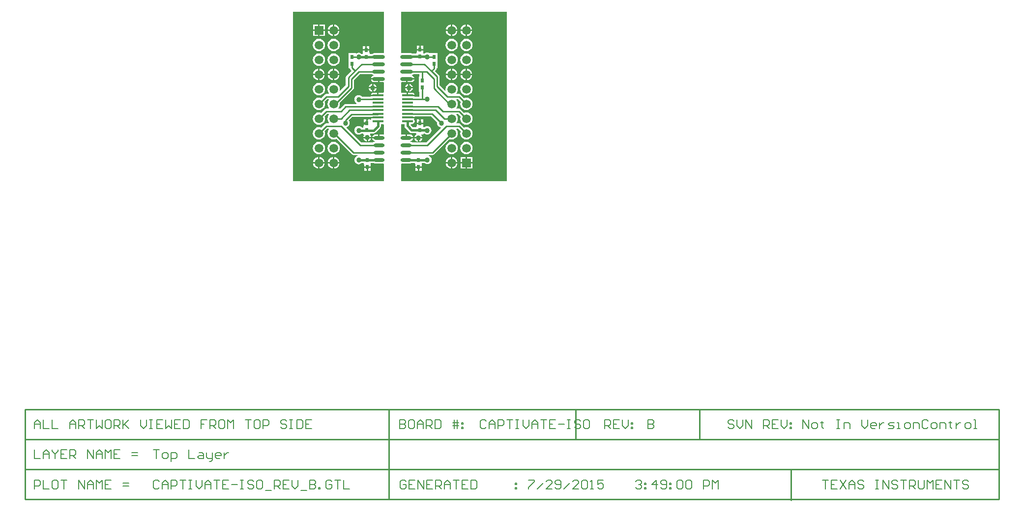
<source format=gtl>
%FSAX25Y25*%
%MOIN*%
G70*
G01*
G75*
G04 Layer_Physical_Order=1*
G04 Layer_Color=255*
%ADD10R,0.02362X0.03150*%
%ADD11O,0.08661X0.02362*%
%ADD12O,0.07480X0.02362*%
%ADD13O,0.07677X0.01575*%
%ADD14C,0.01000*%
%ADD15C,0.02000*%
%ADD16C,0.01500*%
%ADD17C,0.00800*%
%ADD18C,0.05906*%
%ADD19R,0.05906X0.05906*%
%ADD20C,0.03400*%
G36*
X0274108Y0299650D02*
X0276074D01*
X0276208Y0299623D01*
X0279259D01*
Y0298676D01*
X0276208D01*
X0276074Y0298650D01*
X0274485D01*
X0274524Y0298453D01*
X0274773Y0298080D01*
X0274381Y0297493D01*
X0274108Y0297501D01*
X0273881Y0297576D01*
Y0297837D01*
X0272200D01*
Y0295262D01*
X0271700D01*
Y0294762D01*
X0269519D01*
Y0293313D01*
X0269319D01*
Y0292388D01*
X0268330D01*
X0268268Y0292468D01*
X0267663Y0292933D01*
X0266957Y0293225D01*
X0266200Y0293325D01*
X0265443Y0293225D01*
X0264738Y0292933D01*
X0264132Y0292468D01*
X0263667Y0291863D01*
X0263375Y0291157D01*
X0263275Y0290400D01*
X0263375Y0289643D01*
X0263667Y0288937D01*
X0264132Y0288332D01*
X0264738Y0287867D01*
X0265443Y0287575D01*
X0266200Y0287475D01*
X0266957Y0287575D01*
X0267663Y0287867D01*
X0268268Y0288332D01*
X0268330Y0288412D01*
X0269319D01*
Y0287763D01*
X0269736D01*
X0269983Y0287263D01*
X0269704Y0286899D01*
X0269432Y0286243D01*
X0269405Y0286038D01*
X0274720D01*
X0274693Y0286243D01*
X0274421Y0286899D01*
X0274127Y0287282D01*
X0274081Y0287763D01*
X0274081Y0287763D01*
X0274081Y0287763D01*
Y0288412D01*
X0276200D01*
X0276961Y0288563D01*
X0277606Y0288994D01*
X0280606Y0291994D01*
X0281037Y0292639D01*
X0281188Y0293400D01*
Y0294624D01*
X0282310D01*
X0282700Y0294701D01*
X0283200Y0294299D01*
Y0287880D01*
X0282814Y0287563D01*
X0282507Y0287624D01*
X0280448D01*
Y0285400D01*
X0279948D01*
Y0284900D01*
X0275265D01*
X0275334Y0284549D01*
X0275816Y0283827D01*
X0276538Y0283345D01*
X0276983Y0283257D01*
Y0282747D01*
X0276460Y0282643D01*
X0275697Y0282133D01*
X0267918D01*
X0257939Y0292113D01*
X0258117Y0292641D01*
X0258663Y0292867D01*
X0259268Y0293332D01*
X0259733Y0293937D01*
X0260025Y0294643D01*
X0260125Y0295400D01*
X0260025Y0296157D01*
X0259733Y0296863D01*
X0259464Y0297213D01*
X0261918Y0299667D01*
X0274094D01*
X0274108Y0299650D01*
D02*
G37*
G36*
X0319330Y0295819D02*
X0319275Y0295400D01*
X0319375Y0294643D01*
X0319667Y0293937D01*
X0320132Y0293332D01*
X0320738Y0292867D01*
X0321443Y0292575D01*
X0321685Y0292543D01*
X0321864Y0292015D01*
X0311982Y0282133D01*
X0302703D01*
X0301940Y0282643D01*
X0301417Y0282747D01*
Y0283257D01*
X0301862Y0283345D01*
X0302584Y0283827D01*
X0303066Y0284549D01*
X0303135Y0284900D01*
X0298452D01*
Y0285400D01*
X0297952D01*
Y0287624D01*
X0295893D01*
X0295430Y0287532D01*
X0294931Y0287936D01*
Y0294479D01*
X0295430Y0294755D01*
X0296090Y0294624D01*
X0297153D01*
Y0293459D01*
X0297304Y0292698D01*
X0297735Y0292053D01*
X0300656Y0289132D01*
X0301301Y0288701D01*
X0302062Y0288550D01*
X0304965D01*
X0305281Y0288234D01*
X0305265Y0287719D01*
X0304946Y0287457D01*
X0304774Y0287326D01*
X0304342Y0286762D01*
X0304069Y0286105D01*
X0304043Y0285900D01*
X0309358D01*
X0309331Y0286105D01*
X0309058Y0286762D01*
X0308674Y0287263D01*
X0308733Y0287512D01*
X0308877Y0287763D01*
X0310081D01*
Y0288098D01*
X0310375Y0288250D01*
X0310581Y0288294D01*
X0311138Y0287867D01*
X0311843Y0287575D01*
X0312600Y0287475D01*
X0313357Y0287575D01*
X0314062Y0287867D01*
X0314668Y0288332D01*
X0315133Y0288937D01*
X0315425Y0289643D01*
X0315525Y0290400D01*
X0315425Y0291157D01*
X0315133Y0291863D01*
X0314668Y0292468D01*
X0314062Y0292933D01*
X0313357Y0293225D01*
X0312600Y0293325D01*
X0311843Y0293225D01*
X0311138Y0292933D01*
X0310607Y0292526D01*
X0310081D01*
Y0293313D01*
X0309881D01*
Y0294762D01*
X0305519D01*
Y0293313D01*
X0305319D01*
Y0292526D01*
X0302886D01*
X0301288Y0294124D01*
X0301495Y0294624D01*
X0302192D01*
X0302968Y0294778D01*
X0303625Y0295217D01*
X0304064Y0295875D01*
X0304219Y0296650D01*
X0304064Y0297426D01*
X0303627Y0298080D01*
X0303876Y0298453D01*
X0303915Y0298650D01*
X0302326D01*
X0302192Y0298676D01*
X0299141D01*
Y0299623D01*
X0302192D01*
X0302326Y0299650D01*
X0304153D01*
X0304372Y0299917D01*
X0315232D01*
X0319330Y0295819D01*
D02*
G37*
G36*
X0283200Y0343073D02*
X0282901Y0342828D01*
X0276602D01*
X0275673Y0342643D01*
X0275291Y0342388D01*
X0273581D01*
Y0343113D01*
X0273381D01*
Y0344562D01*
X0269019D01*
Y0343113D01*
X0268819D01*
Y0342388D01*
X0268112D01*
X0267663Y0342733D01*
X0266957Y0343025D01*
X0266200Y0343125D01*
X0265443Y0343025D01*
X0264738Y0342733D01*
X0264630Y0342650D01*
X0264181Y0342871D01*
Y0343037D01*
X0259419D01*
Y0337487D01*
Y0332763D01*
X0260074D01*
X0260199Y0332137D01*
X0260574Y0331574D01*
X0261249Y0330900D01*
X0257974Y0327626D01*
X0257599Y0327063D01*
X0257467Y0326400D01*
Y0321118D01*
X0253763Y0317414D01*
X0253290Y0317648D01*
X0253389Y0318400D01*
X0253246Y0319484D01*
X0252827Y0320494D01*
X0252162Y0321362D01*
X0251294Y0322027D01*
X0250284Y0322446D01*
X0249200Y0322589D01*
X0248116Y0322446D01*
X0247106Y0322027D01*
X0246238Y0321362D01*
X0245573Y0320494D01*
X0245154Y0319484D01*
X0245011Y0318400D01*
X0245154Y0317316D01*
X0245573Y0316306D01*
X0246089Y0315633D01*
X0245843Y0315133D01*
X0244200D01*
X0243537Y0315001D01*
X0242974Y0314626D01*
X0240645Y0312296D01*
X0240284Y0312446D01*
X0239200Y0312589D01*
X0238116Y0312446D01*
X0237106Y0312027D01*
X0236238Y0311362D01*
X0235573Y0310494D01*
X0235154Y0309484D01*
X0235011Y0308400D01*
X0235154Y0307316D01*
X0235573Y0306306D01*
X0236238Y0305438D01*
X0237106Y0304773D01*
X0238116Y0304354D01*
X0239200Y0304211D01*
X0240284Y0304354D01*
X0241294Y0304773D01*
X0242162Y0305438D01*
X0242827Y0306306D01*
X0243246Y0307316D01*
X0243389Y0308400D01*
X0243246Y0309484D01*
X0243096Y0309845D01*
X0244918Y0311667D01*
X0245843D01*
X0246089Y0311167D01*
X0245573Y0310494D01*
X0245154Y0309484D01*
X0245011Y0308400D01*
X0245154Y0307316D01*
X0245573Y0306306D01*
X0246089Y0305633D01*
X0245843Y0305133D01*
X0244200D01*
X0243537Y0305001D01*
X0242974Y0304626D01*
X0240645Y0302296D01*
X0240284Y0302446D01*
X0239200Y0302589D01*
X0238116Y0302446D01*
X0237106Y0302027D01*
X0236238Y0301362D01*
X0235573Y0300494D01*
X0235154Y0299484D01*
X0235011Y0298400D01*
X0235154Y0297316D01*
X0235573Y0296306D01*
X0236238Y0295438D01*
X0237106Y0294773D01*
X0238116Y0294354D01*
X0239200Y0294211D01*
X0240284Y0294354D01*
X0241294Y0294773D01*
X0242162Y0295438D01*
X0242827Y0296306D01*
X0243246Y0297316D01*
X0243389Y0298400D01*
X0243246Y0299484D01*
X0243096Y0299845D01*
X0244918Y0301667D01*
X0245843D01*
X0246089Y0301167D01*
X0245573Y0300494D01*
X0245154Y0299484D01*
X0245011Y0298400D01*
X0245154Y0297316D01*
X0245573Y0296306D01*
X0246089Y0295633D01*
X0245843Y0295133D01*
X0244200D01*
X0243537Y0295001D01*
X0242974Y0294626D01*
X0240645Y0292296D01*
X0240284Y0292446D01*
X0239200Y0292589D01*
X0238116Y0292446D01*
X0237106Y0292027D01*
X0236238Y0291362D01*
X0235573Y0290494D01*
X0235154Y0289484D01*
X0235011Y0288400D01*
X0235154Y0287316D01*
X0235573Y0286306D01*
X0236238Y0285438D01*
X0237106Y0284773D01*
X0238116Y0284354D01*
X0239200Y0284211D01*
X0240284Y0284354D01*
X0241294Y0284773D01*
X0242162Y0285438D01*
X0242827Y0286306D01*
X0243246Y0287316D01*
X0243389Y0288400D01*
X0243246Y0289484D01*
X0243096Y0289845D01*
X0244918Y0291667D01*
X0245843D01*
X0246089Y0291167D01*
X0245573Y0290494D01*
X0245154Y0289484D01*
X0245011Y0288400D01*
X0245154Y0287316D01*
X0245573Y0286306D01*
X0246238Y0285438D01*
X0247106Y0284773D01*
X0248116Y0284354D01*
X0249200Y0284211D01*
X0250284Y0284354D01*
X0250999Y0284650D01*
X0261474Y0274174D01*
X0262037Y0273799D01*
X0262700Y0273667D01*
X0262700Y0273667D01*
X0265724D01*
X0265757Y0273167D01*
X0265443Y0273125D01*
X0264738Y0272833D01*
X0264132Y0272368D01*
X0263667Y0271762D01*
X0263375Y0271057D01*
X0263275Y0270300D01*
X0263375Y0269543D01*
X0263667Y0268837D01*
X0264132Y0268232D01*
X0264738Y0267767D01*
X0265443Y0267475D01*
X0266200Y0267375D01*
X0266957Y0267475D01*
X0267663Y0267767D01*
X0268268Y0268232D01*
X0268330Y0268312D01*
X0269619D01*
Y0267387D01*
X0269819D01*
Y0265938D01*
X0274181D01*
Y0267387D01*
X0274381D01*
Y0268312D01*
X0276228D01*
X0276460Y0268157D01*
X0277389Y0267972D01*
X0282507D01*
X0282814Y0268033D01*
X0283200Y0267716D01*
Y0256302D01*
X0282846Y0255949D01*
X0221749Y0255949D01*
Y0370851D01*
X0283200D01*
Y0343073D01*
D02*
G37*
G36*
X0307467Y0327037D02*
X0306819D01*
Y0321487D01*
Y0316763D01*
X0307467D01*
Y0313233D01*
X0304285D01*
X0303991Y0313650D01*
X0302326D01*
X0302192Y0313677D01*
X0299141D01*
Y0314150D01*
X0298641D01*
Y0315972D01*
X0296090D01*
X0295430Y0315841D01*
X0295315Y0315850D01*
X0294931Y0316055D01*
Y0322895D01*
X0295317Y0323212D01*
X0295499Y0323176D01*
X0298149D01*
Y0325400D01*
X0298649D01*
Y0325900D01*
X0303923D01*
X0303853Y0326251D01*
X0303371Y0326973D01*
X0302649Y0327455D01*
X0302204Y0327543D01*
Y0328053D01*
X0302728Y0328157D01*
X0303490Y0328667D01*
X0307467D01*
Y0327037D01*
D02*
G37*
G36*
X0275673Y0328157D02*
X0276196Y0328053D01*
Y0327543D01*
X0275751Y0327455D01*
X0275029Y0326973D01*
X0274547Y0326251D01*
X0274477Y0325900D01*
X0279751D01*
Y0325400D01*
X0280251D01*
Y0323176D01*
X0282901D01*
X0283200Y0322931D01*
Y0316261D01*
X0282700Y0315895D01*
X0282310Y0315972D01*
X0279759D01*
Y0314150D01*
X0279259D01*
Y0313677D01*
X0276208D01*
X0276074Y0313650D01*
X0274247D01*
X0274028Y0313383D01*
X0268334D01*
X0268268Y0313468D01*
X0267663Y0313933D01*
X0266957Y0314225D01*
X0266200Y0314325D01*
X0265443Y0314225D01*
X0264738Y0313933D01*
X0264132Y0313468D01*
X0263667Y0312862D01*
X0263375Y0312157D01*
X0263275Y0311400D01*
X0263375Y0310643D01*
X0263667Y0309938D01*
X0264132Y0309332D01*
X0264716Y0308883D01*
X0264720Y0308833D01*
X0264548Y0308383D01*
X0257450D01*
X0256787Y0308251D01*
X0256224Y0307876D01*
X0253482Y0305133D01*
X0252557D01*
X0252311Y0305633D01*
X0252827Y0306306D01*
X0253246Y0307316D01*
X0253389Y0308400D01*
X0253303Y0309051D01*
X0262426Y0318174D01*
X0262801Y0318737D01*
X0262933Y0319400D01*
Y0324682D01*
X0266918Y0328667D01*
X0274910D01*
X0275673Y0328157D01*
D02*
G37*
G36*
X0366651Y0256302D02*
X0366298Y0255949D01*
X0294931Y0255949D01*
Y0267654D01*
X0295430Y0268064D01*
X0295893Y0267972D01*
X0301011D01*
X0301940Y0268157D01*
X0302321Y0268412D01*
X0304319D01*
Y0267487D01*
X0304519D01*
Y0266038D01*
X0308881D01*
Y0267487D01*
X0309081D01*
Y0268412D01*
X0310570D01*
X0310632Y0268332D01*
X0311238Y0267867D01*
X0311943Y0267575D01*
X0312700Y0267475D01*
X0313457Y0267575D01*
X0314162Y0267867D01*
X0314768Y0268332D01*
X0315233Y0268937D01*
X0315525Y0269643D01*
X0315625Y0270400D01*
X0315525Y0271157D01*
X0315233Y0271863D01*
X0314768Y0272468D01*
X0314162Y0272933D01*
X0313599Y0273167D01*
X0313698Y0273667D01*
X0316200D01*
X0316863Y0273799D01*
X0317426Y0274174D01*
X0327755Y0284504D01*
X0328116Y0284354D01*
X0329200Y0284211D01*
X0330284Y0284354D01*
X0331294Y0284773D01*
X0332162Y0285438D01*
X0332827Y0286306D01*
X0333246Y0287316D01*
X0333389Y0288400D01*
X0333246Y0289484D01*
X0332827Y0290494D01*
X0332312Y0291167D01*
X0332558Y0291667D01*
X0333482D01*
X0335304Y0289845D01*
X0335154Y0289484D01*
X0335011Y0288400D01*
X0335154Y0287316D01*
X0335573Y0286306D01*
X0336238Y0285438D01*
X0337106Y0284773D01*
X0338116Y0284354D01*
X0339200Y0284211D01*
X0340284Y0284354D01*
X0341294Y0284773D01*
X0342162Y0285438D01*
X0342827Y0286306D01*
X0343246Y0287316D01*
X0343389Y0288400D01*
X0343246Y0289484D01*
X0342827Y0290494D01*
X0342162Y0291362D01*
X0341294Y0292027D01*
X0340284Y0292446D01*
X0339200Y0292589D01*
X0338116Y0292446D01*
X0337755Y0292296D01*
X0335426Y0294626D01*
X0334863Y0295001D01*
X0334200Y0295133D01*
X0332558D01*
X0332312Y0295633D01*
X0332827Y0296306D01*
X0333246Y0297316D01*
X0333389Y0298400D01*
X0333246Y0299484D01*
X0332827Y0300494D01*
X0332312Y0301167D01*
X0332558Y0301667D01*
X0333482D01*
X0335304Y0299845D01*
X0335154Y0299484D01*
X0335011Y0298400D01*
X0335154Y0297316D01*
X0335573Y0296306D01*
X0336238Y0295438D01*
X0337106Y0294773D01*
X0338116Y0294354D01*
X0339200Y0294211D01*
X0340284Y0294354D01*
X0341294Y0294773D01*
X0342162Y0295438D01*
X0342827Y0296306D01*
X0343246Y0297316D01*
X0343389Y0298400D01*
X0343246Y0299484D01*
X0342827Y0300494D01*
X0342162Y0301362D01*
X0341294Y0302027D01*
X0340284Y0302446D01*
X0339200Y0302589D01*
X0338116Y0302446D01*
X0337755Y0302296D01*
X0335426Y0304626D01*
X0334863Y0305001D01*
X0334200Y0305133D01*
X0332558D01*
X0332312Y0305633D01*
X0332827Y0306306D01*
X0333246Y0307316D01*
X0333389Y0308400D01*
X0333246Y0309484D01*
X0332827Y0310494D01*
X0332312Y0311167D01*
X0332558Y0311667D01*
X0333482D01*
X0335304Y0309845D01*
X0335154Y0309484D01*
X0335011Y0308400D01*
X0335154Y0307316D01*
X0335573Y0306306D01*
X0336238Y0305438D01*
X0337106Y0304773D01*
X0338116Y0304354D01*
X0339200Y0304211D01*
X0340284Y0304354D01*
X0341294Y0304773D01*
X0342162Y0305438D01*
X0342827Y0306306D01*
X0343246Y0307316D01*
X0343389Y0308400D01*
X0343246Y0309484D01*
X0342827Y0310494D01*
X0342162Y0311362D01*
X0341294Y0312027D01*
X0340284Y0312446D01*
X0339200Y0312589D01*
X0338116Y0312446D01*
X0337755Y0312296D01*
X0335426Y0314626D01*
X0334863Y0315001D01*
X0334200Y0315133D01*
X0332558D01*
X0332312Y0315633D01*
X0332827Y0316306D01*
X0333246Y0317316D01*
X0333389Y0318400D01*
X0333246Y0319484D01*
X0332827Y0320494D01*
X0332162Y0321362D01*
X0331294Y0322027D01*
X0330284Y0322446D01*
X0329200Y0322589D01*
X0328116Y0322446D01*
X0327106Y0322027D01*
X0326238Y0321362D01*
X0325573Y0320494D01*
X0325154Y0319484D01*
X0325011Y0318400D01*
X0325110Y0317648D01*
X0324637Y0317414D01*
X0320933Y0321118D01*
Y0326900D01*
X0320801Y0327563D01*
X0320426Y0328126D01*
X0317901Y0330650D01*
X0318426Y0331174D01*
X0318801Y0331737D01*
X0318933Y0332400D01*
Y0332763D01*
X0319581D01*
Y0337487D01*
Y0343037D01*
X0314819D01*
X0314819Y0343037D01*
Y0343037D01*
X0314319Y0342813D01*
X0314162Y0342933D01*
X0313457Y0343225D01*
X0312700Y0343325D01*
X0311943Y0343225D01*
X0311238Y0342933D01*
X0310707Y0342526D01*
X0310081D01*
Y0343313D01*
X0309881D01*
Y0344762D01*
X0305519D01*
Y0343313D01*
X0305319D01*
Y0342526D01*
X0302903D01*
X0302728Y0342643D01*
X0301798Y0342828D01*
X0295499D01*
X0295317Y0342792D01*
X0294931Y0343109D01*
Y0370851D01*
X0366651D01*
X0366651Y0256302D01*
D02*
G37*
%LPC*%
G36*
X0309881Y0297837D02*
X0308200D01*
Y0295762D01*
X0309881D01*
Y0297837D01*
D02*
G37*
G36*
X0307200D02*
X0305519D01*
Y0295762D01*
X0307200D01*
Y0297837D01*
D02*
G37*
G36*
X0308881Y0265038D02*
X0307200D01*
Y0262963D01*
X0308881D01*
Y0265038D01*
D02*
G37*
G36*
X0239200Y0322589D02*
X0238116Y0322446D01*
X0237106Y0322027D01*
X0236238Y0321362D01*
X0235573Y0320494D01*
X0235154Y0319484D01*
X0235011Y0318400D01*
X0235154Y0317316D01*
X0235573Y0316306D01*
X0236238Y0315438D01*
X0237106Y0314773D01*
X0238116Y0314354D01*
X0239200Y0314211D01*
X0240284Y0314354D01*
X0241294Y0314773D01*
X0242162Y0315438D01*
X0242827Y0316306D01*
X0243246Y0317316D01*
X0243389Y0318400D01*
X0243246Y0319484D01*
X0242827Y0320494D01*
X0242162Y0321362D01*
X0241294Y0322027D01*
X0240284Y0322446D01*
X0239200Y0322589D01*
D02*
G37*
G36*
X0306200Y0265038D02*
X0304519D01*
Y0262963D01*
X0306200D01*
Y0265038D01*
D02*
G37*
G36*
X0279448Y0287624D02*
X0277389D01*
X0276538Y0287455D01*
X0275816Y0286972D01*
X0275334Y0286251D01*
X0275265Y0285900D01*
X0279448D01*
Y0287624D01*
D02*
G37*
G36*
X0274720Y0285038D02*
X0272562D01*
Y0282880D01*
X0272767Y0282907D01*
X0273424Y0283179D01*
X0273988Y0283612D01*
X0274421Y0284176D01*
X0274693Y0284833D01*
X0274720Y0285038D01*
D02*
G37*
G36*
X0301011Y0287624D02*
X0298952D01*
Y0285900D01*
X0303135D01*
X0303066Y0286251D01*
X0302584Y0286972D01*
X0301862Y0287455D01*
X0301011Y0287624D01*
D02*
G37*
G36*
X0271200Y0297837D02*
X0269519D01*
Y0295762D01*
X0271200D01*
Y0297837D01*
D02*
G37*
G36*
X0338700Y0267900D02*
X0335247D01*
Y0264447D01*
X0338700D01*
Y0267900D01*
D02*
G37*
G36*
X0339200Y0322589D02*
X0338116Y0322446D01*
X0337106Y0322027D01*
X0336238Y0321362D01*
X0335573Y0320494D01*
X0335154Y0319484D01*
X0335011Y0318400D01*
X0335154Y0317316D01*
X0335573Y0316306D01*
X0336238Y0315438D01*
X0337106Y0314773D01*
X0338116Y0314354D01*
X0339200Y0314211D01*
X0340284Y0314354D01*
X0341294Y0314773D01*
X0342162Y0315438D01*
X0342827Y0316306D01*
X0343246Y0317316D01*
X0343389Y0318400D01*
X0343246Y0319484D01*
X0342827Y0320494D01*
X0342162Y0321362D01*
X0341294Y0322027D01*
X0340284Y0322446D01*
X0339200Y0322589D01*
D02*
G37*
G36*
X0302857Y0318900D02*
X0300700D01*
Y0316742D01*
X0300905Y0316770D01*
X0301562Y0317042D01*
X0302126Y0317474D01*
X0302558Y0318038D01*
X0302831Y0318695D01*
X0302857Y0318900D01*
D02*
G37*
G36*
X0299700D02*
X0297543D01*
X0297569Y0318695D01*
X0297842Y0318038D01*
X0298274Y0317474D01*
X0298838Y0317042D01*
X0299495Y0316770D01*
X0299700Y0316742D01*
Y0318900D01*
D02*
G37*
G36*
X0271500Y0264938D02*
X0269819D01*
Y0262863D01*
X0271500D01*
Y0264938D01*
D02*
G37*
G36*
X0276200Y0322058D02*
Y0319900D01*
X0278358D01*
X0278330Y0320105D01*
X0278058Y0320762D01*
X0277626Y0321326D01*
X0277062Y0321758D01*
X0276405Y0322030D01*
X0276200Y0322058D01*
D02*
G37*
G36*
X0275200D02*
X0274995Y0322030D01*
X0274338Y0321758D01*
X0273774Y0321326D01*
X0273342Y0320762D01*
X0273070Y0320105D01*
X0273042Y0319900D01*
X0275200D01*
Y0322058D01*
D02*
G37*
G36*
X0302192Y0315972D02*
X0299641D01*
Y0314650D01*
X0303915D01*
X0303876Y0314847D01*
X0303481Y0315439D01*
X0302889Y0315834D01*
X0302192Y0315972D01*
D02*
G37*
G36*
X0278759D02*
X0276208D01*
X0275511Y0315834D01*
X0274919Y0315439D01*
X0274524Y0314847D01*
X0274485Y0314650D01*
X0278759D01*
Y0315972D01*
D02*
G37*
G36*
X0274181Y0264938D02*
X0272500D01*
Y0262863D01*
X0274181D01*
Y0264938D01*
D02*
G37*
G36*
X0278358Y0318900D02*
X0276200D01*
Y0316742D01*
X0276405Y0316770D01*
X0277062Y0317042D01*
X0277626Y0317474D01*
X0278058Y0318038D01*
X0278330Y0318695D01*
X0278358Y0318900D01*
D02*
G37*
G36*
X0275200D02*
X0273042D01*
X0273070Y0318695D01*
X0273342Y0318038D01*
X0273774Y0317474D01*
X0274338Y0317042D01*
X0274995Y0316770D01*
X0275200Y0316742D01*
Y0318900D01*
D02*
G37*
G36*
X0271562Y0285038D02*
X0269405D01*
X0269432Y0284833D01*
X0269704Y0284176D01*
X0270136Y0283612D01*
X0270701Y0283179D01*
X0271357Y0282907D01*
X0271562Y0282880D01*
Y0285038D01*
D02*
G37*
G36*
X0238700Y0272321D02*
X0238168Y0272251D01*
X0237207Y0271853D01*
X0236381Y0271219D01*
X0235747Y0270393D01*
X0235349Y0269432D01*
X0235279Y0268900D01*
X0238700D01*
Y0272321D01*
D02*
G37*
G36*
X0333121Y0267900D02*
X0329700D01*
Y0264479D01*
X0330232Y0264549D01*
X0331193Y0264947D01*
X0332019Y0265581D01*
X0332653Y0266407D01*
X0333051Y0267368D01*
X0333121Y0267900D01*
D02*
G37*
G36*
X0239700Y0272321D02*
Y0268900D01*
X0243121D01*
X0243051Y0269432D01*
X0242653Y0270393D01*
X0242019Y0271219D01*
X0241193Y0271853D01*
X0240232Y0272251D01*
X0239700Y0272321D01*
D02*
G37*
G36*
X0249700D02*
Y0268900D01*
X0253121D01*
X0253051Y0269432D01*
X0252653Y0270393D01*
X0252019Y0271219D01*
X0251193Y0271853D01*
X0250232Y0272251D01*
X0249700Y0272321D01*
D02*
G37*
G36*
X0248700D02*
X0248168Y0272251D01*
X0247207Y0271853D01*
X0246381Y0271219D01*
X0245747Y0270393D01*
X0245349Y0269432D01*
X0245279Y0268900D01*
X0248700D01*
Y0272321D01*
D02*
G37*
G36*
X0243121Y0267900D02*
X0239700D01*
Y0264479D01*
X0240232Y0264549D01*
X0241193Y0264947D01*
X0242019Y0265581D01*
X0242653Y0266407D01*
X0243051Y0267368D01*
X0243121Y0267900D01*
D02*
G37*
G36*
X0238700D02*
X0235279D01*
X0235349Y0267368D01*
X0235747Y0266407D01*
X0236381Y0265581D01*
X0237207Y0264947D01*
X0238168Y0264549D01*
X0238700Y0264479D01*
Y0267900D01*
D02*
G37*
G36*
X0248700D02*
X0245279D01*
X0245349Y0267368D01*
X0245747Y0266407D01*
X0246381Y0265581D01*
X0247207Y0264947D01*
X0248168Y0264549D01*
X0248700Y0264479D01*
Y0267900D01*
D02*
G37*
G36*
X0328700D02*
X0325279D01*
X0325349Y0267368D01*
X0325747Y0266407D01*
X0326381Y0265581D01*
X0327207Y0264947D01*
X0328168Y0264549D01*
X0328700Y0264479D01*
Y0267900D01*
D02*
G37*
G36*
X0253121D02*
X0249700D01*
Y0264479D01*
X0250232Y0264549D01*
X0251193Y0264947D01*
X0252019Y0265581D01*
X0252653Y0266407D01*
X0253051Y0267368D01*
X0253121Y0267900D01*
D02*
G37*
G36*
X0328700Y0272321D02*
X0328168Y0272251D01*
X0327207Y0271853D01*
X0326381Y0271219D01*
X0325747Y0270393D01*
X0325349Y0269432D01*
X0325279Y0268900D01*
X0328700D01*
Y0272321D01*
D02*
G37*
G36*
X0339200Y0282589D02*
X0338116Y0282446D01*
X0337106Y0282027D01*
X0336238Y0281362D01*
X0335573Y0280494D01*
X0335154Y0279484D01*
X0335011Y0278400D01*
X0335154Y0277316D01*
X0335573Y0276306D01*
X0336238Y0275438D01*
X0337106Y0274773D01*
X0338116Y0274354D01*
X0339200Y0274211D01*
X0340284Y0274354D01*
X0341294Y0274773D01*
X0342162Y0275438D01*
X0342827Y0276306D01*
X0343246Y0277316D01*
X0343389Y0278400D01*
X0343246Y0279484D01*
X0342827Y0280494D01*
X0342162Y0281362D01*
X0341294Y0282027D01*
X0340284Y0282446D01*
X0339200Y0282589D01*
D02*
G37*
G36*
X0329200D02*
X0328116Y0282446D01*
X0327106Y0282027D01*
X0326238Y0281362D01*
X0325573Y0280494D01*
X0325154Y0279484D01*
X0325011Y0278400D01*
X0325154Y0277316D01*
X0325573Y0276306D01*
X0326238Y0275438D01*
X0327106Y0274773D01*
X0328116Y0274354D01*
X0329200Y0274211D01*
X0330284Y0274354D01*
X0331294Y0274773D01*
X0332162Y0275438D01*
X0332827Y0276306D01*
X0333246Y0277316D01*
X0333389Y0278400D01*
X0333246Y0279484D01*
X0332827Y0280494D01*
X0332162Y0281362D01*
X0331294Y0282027D01*
X0330284Y0282446D01*
X0329200Y0282589D01*
D02*
G37*
G36*
X0343153Y0267900D02*
X0339700D01*
Y0264447D01*
X0343153D01*
Y0267900D01*
D02*
G37*
G36*
X0309358Y0284900D02*
X0307200D01*
Y0282743D01*
X0307405Y0282769D01*
X0308062Y0283042D01*
X0308626Y0283474D01*
X0309058Y0284038D01*
X0309331Y0284695D01*
X0309358Y0284900D01*
D02*
G37*
G36*
X0306200D02*
X0304043D01*
X0304069Y0284695D01*
X0304342Y0284038D01*
X0304774Y0283474D01*
X0305338Y0283042D01*
X0305995Y0282769D01*
X0306200Y0282743D01*
Y0284900D01*
D02*
G37*
G36*
X0338700Y0272353D02*
X0335247D01*
Y0268900D01*
X0338700D01*
Y0272353D01*
D02*
G37*
G36*
X0329700Y0272321D02*
Y0268900D01*
X0333121D01*
X0333051Y0269432D01*
X0332653Y0270393D01*
X0332019Y0271219D01*
X0331193Y0271853D01*
X0330232Y0272251D01*
X0329700Y0272321D01*
D02*
G37*
G36*
X0343153Y0272353D02*
X0339700D01*
Y0268900D01*
X0343153D01*
Y0272353D01*
D02*
G37*
G36*
X0249200Y0282589D02*
X0248116Y0282446D01*
X0247106Y0282027D01*
X0246238Y0281362D01*
X0245573Y0280494D01*
X0245154Y0279484D01*
X0245011Y0278400D01*
X0245154Y0277316D01*
X0245573Y0276306D01*
X0246238Y0275438D01*
X0247106Y0274773D01*
X0248116Y0274354D01*
X0249200Y0274211D01*
X0250284Y0274354D01*
X0251294Y0274773D01*
X0252162Y0275438D01*
X0252827Y0276306D01*
X0253246Y0277316D01*
X0253389Y0278400D01*
X0253246Y0279484D01*
X0252827Y0280494D01*
X0252162Y0281362D01*
X0251294Y0282027D01*
X0250284Y0282446D01*
X0249200Y0282589D01*
D02*
G37*
G36*
X0239200D02*
X0238116Y0282446D01*
X0237106Y0282027D01*
X0236238Y0281362D01*
X0235573Y0280494D01*
X0235154Y0279484D01*
X0235011Y0278400D01*
X0235154Y0277316D01*
X0235573Y0276306D01*
X0236238Y0275438D01*
X0237106Y0274773D01*
X0238116Y0274354D01*
X0239200Y0274211D01*
X0240284Y0274354D01*
X0241294Y0274773D01*
X0242162Y0275438D01*
X0242827Y0276306D01*
X0243246Y0277316D01*
X0243389Y0278400D01*
X0243246Y0279484D01*
X0242827Y0280494D01*
X0242162Y0281362D01*
X0241294Y0282027D01*
X0240284Y0282446D01*
X0239200Y0282589D01*
D02*
G37*
G36*
X0299700Y0322058D02*
X0299495Y0322030D01*
X0298838Y0321758D01*
X0298274Y0321326D01*
X0297842Y0320762D01*
X0297569Y0320105D01*
X0297543Y0319900D01*
X0299700D01*
Y0322058D01*
D02*
G37*
G36*
X0238700Y0357900D02*
X0235247D01*
Y0354447D01*
X0238700D01*
Y0357900D01*
D02*
G37*
G36*
X0309881Y0347837D02*
X0308200D01*
Y0345762D01*
X0309881D01*
Y0347837D01*
D02*
G37*
G36*
X0243153Y0357900D02*
X0239700D01*
Y0354447D01*
X0243153D01*
Y0357900D01*
D02*
G37*
G36*
X0253121D02*
X0249700D01*
Y0354479D01*
X0250232Y0354549D01*
X0251193Y0354947D01*
X0252019Y0355581D01*
X0252653Y0356407D01*
X0253051Y0357368D01*
X0253121Y0357900D01*
D02*
G37*
G36*
X0248700D02*
X0245279D01*
X0245349Y0357368D01*
X0245747Y0356407D01*
X0246381Y0355581D01*
X0247207Y0354947D01*
X0248168Y0354549D01*
X0248700Y0354479D01*
Y0357900D01*
D02*
G37*
G36*
X0307200Y0347837D02*
X0305519D01*
Y0345762D01*
X0307200D01*
Y0347837D01*
D02*
G37*
G36*
X0329200Y0352589D02*
X0328116Y0352446D01*
X0327106Y0352027D01*
X0326238Y0351362D01*
X0325573Y0350494D01*
X0325154Y0349484D01*
X0325011Y0348400D01*
X0325154Y0347316D01*
X0325573Y0346306D01*
X0326238Y0345438D01*
X0327106Y0344773D01*
X0328116Y0344354D01*
X0329200Y0344211D01*
X0330284Y0344354D01*
X0331294Y0344773D01*
X0332162Y0345438D01*
X0332827Y0346306D01*
X0333246Y0347316D01*
X0333389Y0348400D01*
X0333246Y0349484D01*
X0332827Y0350494D01*
X0332162Y0351362D01*
X0331294Y0352027D01*
X0330284Y0352446D01*
X0329200Y0352589D01*
D02*
G37*
G36*
X0249200D02*
X0248116Y0352446D01*
X0247106Y0352027D01*
X0246238Y0351362D01*
X0245573Y0350494D01*
X0245154Y0349484D01*
X0245011Y0348400D01*
X0245154Y0347316D01*
X0245573Y0346306D01*
X0246238Y0345438D01*
X0247106Y0344773D01*
X0248116Y0344354D01*
X0249200Y0344211D01*
X0250284Y0344354D01*
X0251294Y0344773D01*
X0252162Y0345438D01*
X0252827Y0346306D01*
X0253246Y0347316D01*
X0253389Y0348400D01*
X0253246Y0349484D01*
X0252827Y0350494D01*
X0252162Y0351362D01*
X0251294Y0352027D01*
X0250284Y0352446D01*
X0249200Y0352589D01*
D02*
G37*
G36*
X0339200D02*
X0338116Y0352446D01*
X0337106Y0352027D01*
X0336238Y0351362D01*
X0335573Y0350494D01*
X0335154Y0349484D01*
X0335011Y0348400D01*
X0335154Y0347316D01*
X0335573Y0346306D01*
X0336238Y0345438D01*
X0337106Y0344773D01*
X0338116Y0344354D01*
X0339200Y0344211D01*
X0340284Y0344354D01*
X0341294Y0344773D01*
X0342162Y0345438D01*
X0342827Y0346306D01*
X0343246Y0347316D01*
X0343389Y0348400D01*
X0343246Y0349484D01*
X0342827Y0350494D01*
X0342162Y0351362D01*
X0341294Y0352027D01*
X0340284Y0352446D01*
X0339200Y0352589D01*
D02*
G37*
G36*
X0273381Y0347637D02*
X0271700D01*
Y0345562D01*
X0273381D01*
Y0347637D01*
D02*
G37*
G36*
X0270700D02*
X0269019D01*
Y0345562D01*
X0270700D01*
Y0347637D01*
D02*
G37*
G36*
X0328700Y0357900D02*
X0325279D01*
X0325349Y0357368D01*
X0325747Y0356407D01*
X0326381Y0355581D01*
X0327207Y0354947D01*
X0328168Y0354549D01*
X0328700Y0354479D01*
Y0357900D01*
D02*
G37*
G36*
Y0362321D02*
X0328168Y0362251D01*
X0327207Y0361853D01*
X0326381Y0361219D01*
X0325747Y0360393D01*
X0325349Y0359432D01*
X0325279Y0358900D01*
X0328700D01*
Y0362321D01*
D02*
G37*
G36*
X0249700D02*
Y0358900D01*
X0253121D01*
X0253051Y0359432D01*
X0252653Y0360393D01*
X0252019Y0361219D01*
X0251193Y0361853D01*
X0250232Y0362251D01*
X0249700Y0362321D01*
D02*
G37*
G36*
X0329700D02*
Y0358900D01*
X0333121D01*
X0333051Y0359432D01*
X0332653Y0360393D01*
X0332019Y0361219D01*
X0331193Y0361853D01*
X0330232Y0362251D01*
X0329700Y0362321D01*
D02*
G37*
G36*
X0339700D02*
Y0358900D01*
X0343121D01*
X0343051Y0359432D01*
X0342653Y0360393D01*
X0342019Y0361219D01*
X0341193Y0361853D01*
X0340232Y0362251D01*
X0339700Y0362321D01*
D02*
G37*
G36*
X0338700D02*
X0338168Y0362251D01*
X0337207Y0361853D01*
X0336381Y0361219D01*
X0335747Y0360393D01*
X0335349Y0359432D01*
X0335279Y0358900D01*
X0338700D01*
Y0362321D01*
D02*
G37*
G36*
X0248700D02*
X0248168Y0362251D01*
X0247207Y0361853D01*
X0246381Y0361219D01*
X0245747Y0360393D01*
X0245349Y0359432D01*
X0245279Y0358900D01*
X0248700D01*
Y0362321D01*
D02*
G37*
G36*
X0338700Y0357900D02*
X0335279D01*
X0335349Y0357368D01*
X0335747Y0356407D01*
X0336381Y0355581D01*
X0337207Y0354947D01*
X0338168Y0354549D01*
X0338700Y0354479D01*
Y0357900D01*
D02*
G37*
G36*
X0333121D02*
X0329700D01*
Y0354479D01*
X0330232Y0354549D01*
X0331193Y0354947D01*
X0332019Y0355581D01*
X0332653Y0356407D01*
X0333051Y0357368D01*
X0333121Y0357900D01*
D02*
G37*
G36*
X0343121D02*
X0339700D01*
Y0354479D01*
X0340232Y0354549D01*
X0341193Y0354947D01*
X0342019Y0355581D01*
X0342653Y0356407D01*
X0343051Y0357368D01*
X0343121Y0357900D01*
D02*
G37*
G36*
X0243153Y0362353D02*
X0239700D01*
Y0358900D01*
X0243153D01*
Y0362353D01*
D02*
G37*
G36*
X0238700D02*
X0235247D01*
Y0358900D01*
X0238700D01*
Y0362353D01*
D02*
G37*
G36*
X0239200Y0352589D02*
X0238116Y0352446D01*
X0237106Y0352027D01*
X0236238Y0351362D01*
X0235573Y0350494D01*
X0235154Y0349484D01*
X0235011Y0348400D01*
X0235154Y0347316D01*
X0235573Y0346306D01*
X0236238Y0345438D01*
X0237106Y0344773D01*
X0238116Y0344354D01*
X0239200Y0344211D01*
X0240284Y0344354D01*
X0241294Y0344773D01*
X0242162Y0345438D01*
X0242827Y0346306D01*
X0243246Y0347316D01*
X0243389Y0348400D01*
X0243246Y0349484D01*
X0242827Y0350494D01*
X0242162Y0351362D01*
X0241294Y0352027D01*
X0240284Y0352446D01*
X0239200Y0352589D01*
D02*
G37*
G36*
X0328700Y0327900D02*
X0325279D01*
X0325349Y0327368D01*
X0325747Y0326407D01*
X0326381Y0325581D01*
X0327207Y0324947D01*
X0328168Y0324549D01*
X0328700Y0324479D01*
Y0327900D01*
D02*
G37*
G36*
X0253121D02*
X0249700D01*
Y0324479D01*
X0250232Y0324549D01*
X0251193Y0324947D01*
X0252019Y0325581D01*
X0252653Y0326407D01*
X0253051Y0327368D01*
X0253121Y0327900D01*
D02*
G37*
G36*
X0333121D02*
X0329700D01*
Y0324479D01*
X0330232Y0324549D01*
X0331193Y0324947D01*
X0332019Y0325581D01*
X0332653Y0326407D01*
X0333051Y0327368D01*
X0333121Y0327900D01*
D02*
G37*
G36*
X0343121D02*
X0339700D01*
Y0324479D01*
X0340232Y0324549D01*
X0341193Y0324947D01*
X0342019Y0325581D01*
X0342653Y0326407D01*
X0343051Y0327368D01*
X0343121Y0327900D01*
D02*
G37*
G36*
X0338700D02*
X0335279D01*
X0335349Y0327368D01*
X0335747Y0326407D01*
X0336381Y0325581D01*
X0337207Y0324947D01*
X0338168Y0324549D01*
X0338700Y0324479D01*
Y0327900D01*
D02*
G37*
G36*
X0248700D02*
X0245279D01*
X0245349Y0327368D01*
X0245747Y0326407D01*
X0246381Y0325581D01*
X0247207Y0324947D01*
X0248168Y0324549D01*
X0248700Y0324479D01*
Y0327900D01*
D02*
G37*
G36*
X0279251Y0324900D02*
X0274477D01*
X0274547Y0324549D01*
X0275029Y0323828D01*
X0275751Y0323345D01*
X0276602Y0323176D01*
X0279251D01*
Y0324900D01*
D02*
G37*
G36*
X0300700Y0322058D02*
Y0319900D01*
X0302857D01*
X0302831Y0320105D01*
X0302558Y0320762D01*
X0302126Y0321326D01*
X0301562Y0321758D01*
X0300905Y0322030D01*
X0300700Y0322058D01*
D02*
G37*
G36*
X0303923Y0324900D02*
X0299149D01*
Y0323176D01*
X0301798D01*
X0302649Y0323345D01*
X0303371Y0323828D01*
X0303853Y0324549D01*
X0303923Y0324900D01*
D02*
G37*
G36*
X0243121Y0327900D02*
X0239700D01*
Y0324479D01*
X0240232Y0324549D01*
X0241193Y0324947D01*
X0242019Y0325581D01*
X0242653Y0326407D01*
X0243051Y0327368D01*
X0243121Y0327900D01*
D02*
G37*
G36*
X0238700D02*
X0235279D01*
X0235349Y0327368D01*
X0235747Y0326407D01*
X0236381Y0325581D01*
X0237207Y0324947D01*
X0238168Y0324549D01*
X0238700Y0324479D01*
Y0327900D01*
D02*
G37*
G36*
Y0332321D02*
X0238168Y0332251D01*
X0237207Y0331853D01*
X0236381Y0331219D01*
X0235747Y0330393D01*
X0235349Y0329432D01*
X0235279Y0328900D01*
X0238700D01*
Y0332321D01*
D02*
G37*
G36*
X0239200Y0342589D02*
X0238116Y0342446D01*
X0237106Y0342027D01*
X0236238Y0341362D01*
X0235573Y0340494D01*
X0235154Y0339484D01*
X0235011Y0338400D01*
X0235154Y0337316D01*
X0235573Y0336306D01*
X0236238Y0335438D01*
X0237106Y0334773D01*
X0238116Y0334354D01*
X0239200Y0334211D01*
X0240284Y0334354D01*
X0241294Y0334773D01*
X0242162Y0335438D01*
X0242827Y0336306D01*
X0243246Y0337316D01*
X0243389Y0338400D01*
X0243246Y0339484D01*
X0242827Y0340494D01*
X0242162Y0341362D01*
X0241294Y0342027D01*
X0240284Y0342446D01*
X0239200Y0342589D01*
D02*
G37*
G36*
X0339700Y0332321D02*
Y0328900D01*
X0343121D01*
X0343051Y0329432D01*
X0342653Y0330393D01*
X0342019Y0331219D01*
X0341193Y0331853D01*
X0340232Y0332251D01*
X0339700Y0332321D01*
D02*
G37*
G36*
X0249200Y0342589D02*
X0248116Y0342446D01*
X0247106Y0342027D01*
X0246238Y0341362D01*
X0245573Y0340494D01*
X0245154Y0339484D01*
X0245011Y0338400D01*
X0245154Y0337316D01*
X0245573Y0336306D01*
X0246238Y0335438D01*
X0247106Y0334773D01*
X0248116Y0334354D01*
X0249200Y0334211D01*
X0250284Y0334354D01*
X0251294Y0334773D01*
X0252162Y0335438D01*
X0252827Y0336306D01*
X0253246Y0337316D01*
X0253389Y0338400D01*
X0253246Y0339484D01*
X0252827Y0340494D01*
X0252162Y0341362D01*
X0251294Y0342027D01*
X0250284Y0342446D01*
X0249200Y0342589D01*
D02*
G37*
G36*
X0339200D02*
X0338116Y0342446D01*
X0337106Y0342027D01*
X0336238Y0341362D01*
X0335573Y0340494D01*
X0335154Y0339484D01*
X0335011Y0338400D01*
X0335154Y0337316D01*
X0335573Y0336306D01*
X0336238Y0335438D01*
X0337106Y0334773D01*
X0338116Y0334354D01*
X0339200Y0334211D01*
X0340284Y0334354D01*
X0341294Y0334773D01*
X0342162Y0335438D01*
X0342827Y0336306D01*
X0343246Y0337316D01*
X0343389Y0338400D01*
X0343246Y0339484D01*
X0342827Y0340494D01*
X0342162Y0341362D01*
X0341294Y0342027D01*
X0340284Y0342446D01*
X0339200Y0342589D01*
D02*
G37*
G36*
X0329200D02*
X0328116Y0342446D01*
X0327106Y0342027D01*
X0326238Y0341362D01*
X0325573Y0340494D01*
X0325154Y0339484D01*
X0325011Y0338400D01*
X0325154Y0337316D01*
X0325573Y0336306D01*
X0326238Y0335438D01*
X0327106Y0334773D01*
X0328116Y0334354D01*
X0329200Y0334211D01*
X0330284Y0334354D01*
X0331294Y0334773D01*
X0332162Y0335438D01*
X0332827Y0336306D01*
X0333246Y0337316D01*
X0333389Y0338400D01*
X0333246Y0339484D01*
X0332827Y0340494D01*
X0332162Y0341362D01*
X0331294Y0342027D01*
X0330284Y0342446D01*
X0329200Y0342589D01*
D02*
G37*
G36*
X0338700Y0332321D02*
X0338168Y0332251D01*
X0337207Y0331853D01*
X0336381Y0331219D01*
X0335747Y0330393D01*
X0335349Y0329432D01*
X0335279Y0328900D01*
X0338700D01*
Y0332321D01*
D02*
G37*
G36*
X0248700D02*
X0248168Y0332251D01*
X0247207Y0331853D01*
X0246381Y0331219D01*
X0245747Y0330393D01*
X0245349Y0329432D01*
X0245279Y0328900D01*
X0248700D01*
Y0332321D01*
D02*
G37*
G36*
X0239700D02*
Y0328900D01*
X0243121D01*
X0243051Y0329432D01*
X0242653Y0330393D01*
X0242019Y0331219D01*
X0241193Y0331853D01*
X0240232Y0332251D01*
X0239700Y0332321D01*
D02*
G37*
G36*
X0249700D02*
Y0328900D01*
X0253121D01*
X0253051Y0329432D01*
X0252653Y0330393D01*
X0252019Y0331219D01*
X0251193Y0331853D01*
X0250232Y0332251D01*
X0249700Y0332321D01*
D02*
G37*
G36*
X0329700D02*
Y0328900D01*
X0333121D01*
X0333051Y0329432D01*
X0332653Y0330393D01*
X0332019Y0331219D01*
X0331193Y0331853D01*
X0330232Y0332251D01*
X0329700Y0332321D01*
D02*
G37*
G36*
X0328700D02*
X0328168Y0332251D01*
X0327207Y0331853D01*
X0326381Y0331219D01*
X0325747Y0330393D01*
X0325349Y0329432D01*
X0325279Y0328900D01*
X0328700D01*
Y0332321D01*
D02*
G37*
%LPD*%
G54D10*
X0317200Y0340262D02*
D03*
Y0335538D02*
D03*
X0309200Y0319538D02*
D03*
Y0324262D02*
D03*
X0307700Y0345262D02*
D03*
Y0340538D02*
D03*
X0261800Y0340262D02*
D03*
Y0335538D02*
D03*
X0271200Y0340338D02*
D03*
Y0345062D02*
D03*
X0307700Y0290538D02*
D03*
Y0295262D02*
D03*
X0271700Y0290538D02*
D03*
Y0295262D02*
D03*
X0272000Y0270162D02*
D03*
Y0265438D02*
D03*
X0306700Y0265538D02*
D03*
Y0270262D02*
D03*
G54D11*
X0279751Y0340400D02*
D03*
Y0335400D02*
D03*
Y0330400D02*
D03*
Y0325400D02*
D03*
X0298649Y0340400D02*
D03*
Y0335400D02*
D03*
Y0330400D02*
D03*
Y0325400D02*
D03*
G54D12*
X0279948Y0285400D02*
D03*
Y0280400D02*
D03*
Y0275400D02*
D03*
Y0270400D02*
D03*
X0298452Y0285400D02*
D03*
Y0280400D02*
D03*
Y0275400D02*
D03*
Y0270400D02*
D03*
G54D13*
X0279259Y0314150D02*
D03*
Y0311650D02*
D03*
Y0309150D02*
D03*
Y0306650D02*
D03*
Y0304150D02*
D03*
Y0301650D02*
D03*
Y0299150D02*
D03*
Y0296650D02*
D03*
X0299141Y0314150D02*
D03*
Y0311650D02*
D03*
Y0309150D02*
D03*
Y0306650D02*
D03*
Y0304150D02*
D03*
Y0301650D02*
D03*
Y0299150D02*
D03*
Y0296650D02*
D03*
G54D14*
X0239200Y0308400D02*
X0244200Y0313400D01*
X0334200D02*
X0339200Y0308400D01*
X0334200Y0303400D02*
X0339200Y0298400D01*
X0239200D02*
X0244200Y0303400D01*
X0249200Y0298400D02*
Y0298428D01*
X0244200Y0293400D02*
X0254200D01*
X0334200D02*
X0339200Y0288400D01*
X0249200D02*
X0249700D01*
X0239200D02*
X0244200Y0293400D01*
X0279009Y0301400D02*
X0279259Y0301650D01*
X0244200Y0303400D02*
X0254200D01*
X0249700Y0288400D02*
X0262700Y0275400D01*
X0279948D01*
X0267200Y0280400D02*
X0279948D01*
X0298452D02*
X0312700D01*
X0325700Y0293400D02*
X0334200D01*
X0298452Y0275400D02*
X0316200D01*
X0329200Y0288400D01*
X0249200Y0298400D02*
X0254200D01*
X0261200Y0301400D02*
X0279009D01*
X0254200Y0298400D02*
X0259950Y0304150D01*
X0279259D01*
X0254200Y0303400D02*
X0257450Y0306650D01*
X0279259D01*
X0299141Y0311650D02*
X0299291Y0311500D01*
X0309200D01*
X0326200Y0313400D02*
X0334200D01*
X0319200Y0320400D02*
X0326200Y0313400D01*
X0317200Y0318900D02*
X0327700Y0308400D01*
X0329200D01*
X0312200Y0330400D02*
X0317200Y0325400D01*
Y0318900D02*
Y0325400D01*
X0298649Y0335400D02*
X0310700D01*
X0319200Y0320400D02*
Y0326900D01*
X0312838Y0340262D02*
X0317200D01*
X0312700Y0340400D02*
X0312838Y0340262D01*
X0317062Y0335400D02*
X0317200Y0335538D01*
Y0332400D02*
Y0335538D01*
X0315700Y0330900D02*
X0317200Y0332400D01*
X0315200Y0330900D02*
X0315700D01*
X0310700Y0335400D02*
X0315200Y0330900D01*
X0319200Y0326900D01*
X0309200Y0311500D02*
Y0319538D01*
Y0311500D02*
X0312600D01*
X0309200Y0324262D02*
Y0330400D01*
X0298649D02*
X0309200D01*
X0312200D01*
X0268200Y0335400D02*
X0279751D01*
X0244200Y0313400D02*
X0252200D01*
X0259200Y0320400D01*
Y0326400D01*
X0249200Y0308400D02*
X0250200D01*
X0266200Y0330400D02*
X0279751D01*
X0250200Y0308400D02*
X0261200Y0319400D01*
Y0325400D01*
X0266200Y0330400D01*
X0261800Y0332800D02*
Y0335538D01*
Y0332800D02*
X0263700Y0330900D01*
X0259200Y0326400D02*
X0263700Y0330900D01*
X0268200Y0335400D01*
X0261862Y0340200D02*
X0266200D01*
X0266450Y0311650D02*
X0279259D01*
X0266200Y0311400D02*
X0266450Y0311650D01*
X0257200Y0295400D02*
Y0297400D01*
X0261200Y0301400D01*
X0271700Y0295262D02*
Y0297900D01*
X0272950Y0299150D01*
X0279259D01*
X0299141Y0304150D02*
X0318450D01*
X0324200Y0298400D01*
X0329200D01*
X0299141Y0306650D02*
X0319950D01*
X0323200Y0303400D01*
X0334200D01*
X0299141Y0301650D02*
X0315950D01*
X0322200Y0295400D01*
X0299141Y0299150D02*
X0306371D01*
X0307700Y0297821D01*
Y0295262D02*
Y0297821D01*
X0312700Y0280400D02*
X0325700Y0293400D01*
X0254200D02*
X0267200Y0280400D01*
X0559400Y0039400D02*
Y0059683D01*
X0440500Y0040050D02*
X0700200D01*
Y0101050D01*
X0286500Y0040050D02*
Y0101050D01*
X0040000Y0040050D02*
Y0101050D01*
X0040050Y0040050D02*
X0197600D01*
X0040050D02*
Y0101050D01*
Y0101050D02*
X0700200D01*
X0040000Y0040050D02*
X0440500D01*
X0040000Y0060383D02*
X0700000D01*
X0040000Y0080717D02*
X0700200D01*
X0413200D02*
Y0101050D01*
X0497200Y0080717D02*
Y0101050D01*
G54D15*
X0312562Y0340538D02*
X0312700Y0340400D01*
X0298649D02*
X0298787Y0340538D01*
G54D16*
X0307700D01*
X0312562D01*
X0279748Y0285200D02*
X0279948Y0285400D01*
X0279848Y0270300D02*
X0279948Y0270400D01*
X0266200Y0270300D02*
X0279848D01*
X0261800Y0340262D02*
X0261862Y0340200D01*
X0266400Y0340400D02*
X0279751D01*
X0276200Y0290400D02*
X0279200Y0293400D01*
Y0296591D01*
X0279259Y0296650D01*
X0262338Y0295262D02*
X0271700D01*
X0298452Y0270400D02*
X0312700D01*
X0299141Y0293459D02*
Y0296650D01*
Y0293459D02*
X0302062Y0290538D01*
X0307700D01*
X0312462D01*
X0312600Y0290400D01*
X0306700Y0285400D02*
Y0285900D01*
X0266200Y0290400D02*
X0276200D01*
X0262200Y0295400D02*
X0262338Y0295262D01*
G54D17*
X0126900Y0073549D02*
X0130899D01*
X0128899D01*
Y0067551D01*
X0133898D02*
X0135897D01*
X0136897Y0068550D01*
Y0070550D01*
X0135897Y0071549D01*
X0133898D01*
X0132898Y0070550D01*
Y0068550D01*
X0133898Y0067551D01*
X0138896Y0065551D02*
Y0071549D01*
X0141895D01*
X0142895Y0070550D01*
Y0068550D01*
X0141895Y0067551D01*
X0138896D01*
X0150892Y0073549D02*
Y0067551D01*
X0154891D01*
X0157890Y0071549D02*
X0159889D01*
X0160889Y0070550D01*
Y0067551D01*
X0157890D01*
X0156890Y0068550D01*
X0157890Y0069550D01*
X0160889D01*
X0162888Y0071549D02*
Y0068550D01*
X0163888Y0067551D01*
X0166887D01*
Y0066551D01*
X0165887Y0065551D01*
X0164888D01*
X0166887Y0067551D02*
Y0071549D01*
X0171885Y0067551D02*
X0169886D01*
X0168886Y0068550D01*
Y0070550D01*
X0169886Y0071549D01*
X0171885D01*
X0172885Y0070550D01*
Y0069550D01*
X0168886D01*
X0174884Y0071549D02*
Y0067551D01*
Y0069550D01*
X0175884Y0070550D01*
X0176884Y0071549D01*
X0177884D01*
X0580500Y0052965D02*
X0584499D01*
X0582499D01*
Y0046966D01*
X0590497Y0052965D02*
X0586498D01*
Y0046966D01*
X0590497D01*
X0586498Y0049966D02*
X0588497D01*
X0592496Y0052965D02*
X0596495Y0046966D01*
Y0052965D02*
X0592496Y0046966D01*
X0598494D02*
Y0050965D01*
X0600493Y0052965D01*
X0602493Y0050965D01*
Y0046966D01*
Y0049966D01*
X0598494D01*
X0608491Y0051965D02*
X0607491Y0052965D01*
X0605492D01*
X0604492Y0051965D01*
Y0050965D01*
X0605492Y0049966D01*
X0607491D01*
X0608491Y0048966D01*
Y0047966D01*
X0607491Y0046966D01*
X0605492D01*
X0604492Y0047966D01*
X0616488Y0052965D02*
X0618488D01*
X0617488D01*
Y0046966D01*
X0616488D01*
X0618488D01*
X0621487D02*
Y0052965D01*
X0625486Y0046966D01*
Y0052965D01*
X0631484Y0051965D02*
X0630484Y0052965D01*
X0628484D01*
X0627485Y0051965D01*
Y0050965D01*
X0628484Y0049966D01*
X0630484D01*
X0631484Y0048966D01*
Y0047966D01*
X0630484Y0046966D01*
X0628484D01*
X0627485Y0047966D01*
X0633483Y0052965D02*
X0637482D01*
X0635482D01*
Y0046966D01*
X0639481D02*
Y0052965D01*
X0642480D01*
X0643480Y0051965D01*
Y0049966D01*
X0642480Y0048966D01*
X0639481D01*
X0641480D02*
X0643480Y0046966D01*
X0645479Y0052965D02*
Y0047966D01*
X0646479Y0046966D01*
X0648478D01*
X0649478Y0047966D01*
Y0052965D01*
X0651477Y0046966D02*
Y0052965D01*
X0653476Y0050965D01*
X0655476Y0052965D01*
Y0046966D01*
X0661474Y0052965D02*
X0657475D01*
Y0046966D01*
X0661474D01*
X0657475Y0049966D02*
X0659474D01*
X0663473Y0046966D02*
Y0052965D01*
X0667472Y0046966D01*
Y0052965D01*
X0669471D02*
X0673470D01*
X0671471D01*
Y0046966D01*
X0679468Y0051965D02*
X0678468Y0052965D01*
X0676469D01*
X0675469Y0051965D01*
Y0050965D01*
X0676469Y0049966D01*
X0678468D01*
X0679468Y0048966D01*
Y0047966D01*
X0678468Y0046966D01*
X0676469D01*
X0675469Y0047966D01*
X0454050Y0051965D02*
X0455050Y0052965D01*
X0457049D01*
X0458049Y0051965D01*
Y0050965D01*
X0457049Y0049966D01*
X0456049D01*
X0457049D01*
X0458049Y0048966D01*
Y0047966D01*
X0457049Y0046966D01*
X0455050D01*
X0454050Y0047966D01*
X0460048Y0050965D02*
X0461048D01*
Y0049966D01*
X0460048D01*
Y0050965D01*
Y0047966D02*
X0461048D01*
Y0046966D01*
X0460048D01*
Y0047966D01*
X0468046Y0046966D02*
Y0052965D01*
X0465046Y0049966D01*
X0469045D01*
X0471044Y0047966D02*
X0472044Y0046966D01*
X0474044D01*
X0475043Y0047966D01*
Y0051965D01*
X0474044Y0052965D01*
X0472044D01*
X0471044Y0051965D01*
Y0050965D01*
X0472044Y0049966D01*
X0475043D01*
X0477043Y0050965D02*
X0478042D01*
Y0049966D01*
X0477043D01*
Y0050965D01*
Y0047966D02*
X0478042D01*
Y0046966D01*
X0477043D01*
Y0047966D01*
X0482041Y0051965D02*
X0483041Y0052965D01*
X0485040D01*
X0486040Y0051965D01*
Y0047966D01*
X0485040Y0046966D01*
X0483041D01*
X0482041Y0047966D01*
Y0051965D01*
X0488039D02*
X0489039Y0052965D01*
X0491038D01*
X0492038Y0051965D01*
Y0047966D01*
X0491038Y0046966D01*
X0489039D01*
X0488039Y0047966D01*
Y0051965D01*
X0500035Y0046966D02*
Y0052965D01*
X0503034D01*
X0504034Y0051965D01*
Y0049966D01*
X0503034Y0048966D01*
X0500035D01*
X0506033Y0046966D02*
Y0052965D01*
X0508033Y0050965D01*
X0510032Y0052965D01*
Y0046966D01*
X0046350D02*
Y0052965D01*
X0049349D01*
X0050349Y0051965D01*
Y0049966D01*
X0049349Y0048966D01*
X0046350D01*
X0052348Y0052965D02*
Y0046966D01*
X0056347D01*
X0061345Y0052965D02*
X0059346D01*
X0058346Y0051965D01*
Y0047966D01*
X0059346Y0046966D01*
X0061345D01*
X0062345Y0047966D01*
Y0051965D01*
X0061345Y0052965D01*
X0064344D02*
X0068343D01*
X0066343D01*
Y0046966D01*
X0076340D02*
Y0052965D01*
X0080339Y0046966D01*
Y0052965D01*
X0082338Y0046966D02*
Y0050965D01*
X0084338Y0052965D01*
X0086337Y0050965D01*
Y0046966D01*
Y0049966D01*
X0082338D01*
X0088336Y0046966D02*
Y0052965D01*
X0090336Y0050965D01*
X0092335Y0052965D01*
Y0046966D01*
X0098333Y0052965D02*
X0094335D01*
Y0046966D01*
X0098333D01*
X0094335Y0049966D02*
X0096334D01*
X0106331Y0048966D02*
X0110329D01*
X0106331Y0050965D02*
X0110329D01*
X0046350Y0073549D02*
Y0067551D01*
X0050349D01*
X0052348D02*
Y0071549D01*
X0054347Y0073549D01*
X0056347Y0071549D01*
Y0067551D01*
Y0070550D01*
X0052348D01*
X0058346Y0073549D02*
Y0072549D01*
X0060346Y0070550D01*
X0062345Y0072549D01*
Y0073549D01*
X0060346Y0070550D02*
Y0067551D01*
X0068343Y0073549D02*
X0064344D01*
Y0067551D01*
X0068343D01*
X0064344Y0070550D02*
X0066343D01*
X0070342Y0067551D02*
Y0073549D01*
X0073341D01*
X0074341Y0072549D01*
Y0070550D01*
X0073341Y0069550D01*
X0070342D01*
X0072342D02*
X0074341Y0067551D01*
X0082338D02*
Y0073549D01*
X0086337Y0067551D01*
Y0073549D01*
X0088336Y0067551D02*
Y0071549D01*
X0090336Y0073549D01*
X0092335Y0071549D01*
Y0067551D01*
Y0070550D01*
X0088336D01*
X0094335Y0067551D02*
Y0073549D01*
X0096334Y0071549D01*
X0098333Y0073549D01*
Y0067551D01*
X0104331Y0073549D02*
X0100332D01*
Y0067551D01*
X0104331D01*
X0100332Y0070550D02*
X0102332D01*
X0112329Y0069550D02*
X0116327D01*
X0112329Y0071549D02*
X0116327D01*
X0294000Y0093831D02*
Y0087833D01*
X0296999D01*
X0297999Y0088833D01*
Y0089833D01*
X0296999Y0090832D01*
X0294000D01*
X0296999D01*
X0297999Y0091832D01*
Y0092832D01*
X0296999Y0093831D01*
X0294000D01*
X0302997D02*
X0300998D01*
X0299998Y0092832D01*
Y0088833D01*
X0300998Y0087833D01*
X0302997D01*
X0303997Y0088833D01*
Y0092832D01*
X0302997Y0093831D01*
X0305996Y0087833D02*
Y0091832D01*
X0307996Y0093831D01*
X0309995Y0091832D01*
Y0087833D01*
Y0090832D01*
X0305996D01*
X0311994Y0087833D02*
Y0093831D01*
X0314993D01*
X0315993Y0092832D01*
Y0090832D01*
X0314993Y0089833D01*
X0311994D01*
X0313994D02*
X0315993Y0087833D01*
X0317992Y0093831D02*
Y0087833D01*
X0320991D01*
X0321991Y0088833D01*
Y0092832D01*
X0320991Y0093831D01*
X0317992D01*
X0330988Y0087833D02*
Y0093831D01*
X0332987D02*
Y0087833D01*
X0329988Y0091832D02*
X0332987D01*
X0333987D01*
X0329988Y0089833D02*
X0333987D01*
X0335986Y0091832D02*
X0336986D01*
Y0090832D01*
X0335986D01*
Y0091832D01*
Y0088833D02*
X0336986D01*
Y0087833D01*
X0335986D01*
Y0088833D01*
X0352549Y0092832D02*
X0351549Y0093831D01*
X0349550D01*
X0348550Y0092832D01*
Y0088833D01*
X0349550Y0087833D01*
X0351549D01*
X0352549Y0088833D01*
X0354548Y0087833D02*
Y0091832D01*
X0356547Y0093831D01*
X0358547Y0091832D01*
Y0087833D01*
Y0090832D01*
X0354548D01*
X0360546Y0087833D02*
Y0093831D01*
X0363545D01*
X0364545Y0092832D01*
Y0090832D01*
X0363545Y0089833D01*
X0360546D01*
X0366544Y0093831D02*
X0370543D01*
X0368544D01*
Y0087833D01*
X0372542Y0093831D02*
X0374542D01*
X0373542D01*
Y0087833D01*
X0372542D01*
X0374542D01*
X0377541Y0093831D02*
Y0089833D01*
X0379540Y0087833D01*
X0381539Y0089833D01*
Y0093831D01*
X0383539Y0087833D02*
Y0091832D01*
X0385538Y0093831D01*
X0387537Y0091832D01*
Y0087833D01*
Y0090832D01*
X0383539D01*
X0389537Y0093831D02*
X0393535D01*
X0391536D01*
Y0087833D01*
X0399534Y0093831D02*
X0395535D01*
Y0087833D01*
X0399534D01*
X0395535Y0090832D02*
X0397534D01*
X0401533D02*
X0405532D01*
X0407531Y0093831D02*
X0409530D01*
X0408531D01*
Y0087833D01*
X0407531D01*
X0409530D01*
X0416528Y0092832D02*
X0415528Y0093831D01*
X0413529D01*
X0412529Y0092832D01*
Y0091832D01*
X0413529Y0090832D01*
X0415528D01*
X0416528Y0089833D01*
Y0088833D01*
X0415528Y0087833D01*
X0413529D01*
X0412529Y0088833D01*
X0421526Y0093831D02*
X0419527D01*
X0418527Y0092832D01*
Y0088833D01*
X0419527Y0087833D01*
X0421526D01*
X0422526Y0088833D01*
Y0092832D01*
X0421526Y0093831D01*
X0462150D02*
Y0087833D01*
X0465149D01*
X0466149Y0088833D01*
Y0089833D01*
X0465149Y0090832D01*
X0462150D01*
X0465149D01*
X0466149Y0091832D01*
Y0092832D01*
X0465149Y0093831D01*
X0462150D01*
X0046350Y0087833D02*
Y0091832D01*
X0048349Y0093831D01*
X0050349Y0091832D01*
Y0087833D01*
Y0090832D01*
X0046350D01*
X0052348Y0093831D02*
Y0087833D01*
X0056347D01*
X0058346Y0093831D02*
Y0087833D01*
X0062345D01*
X0070342D02*
Y0091832D01*
X0072342Y0093831D01*
X0074341Y0091832D01*
Y0087833D01*
Y0090832D01*
X0070342D01*
X0076340Y0087833D02*
Y0093831D01*
X0079339D01*
X0080339Y0092832D01*
Y0090832D01*
X0079339Y0089833D01*
X0076340D01*
X0078340D02*
X0080339Y0087833D01*
X0082338Y0093831D02*
X0086337D01*
X0084338D01*
Y0087833D01*
X0088336Y0093831D02*
Y0087833D01*
X0090336Y0089833D01*
X0092335Y0087833D01*
Y0093831D01*
X0097334D02*
X0095334D01*
X0094335Y0092832D01*
Y0088833D01*
X0095334Y0087833D01*
X0097334D01*
X0098333Y0088833D01*
Y0092832D01*
X0097334Y0093831D01*
X0100332Y0087833D02*
Y0093831D01*
X0103332D01*
X0104331Y0092832D01*
Y0090832D01*
X0103332Y0089833D01*
X0100332D01*
X0102332D02*
X0104331Y0087833D01*
X0106331Y0093831D02*
Y0087833D01*
Y0089833D01*
X0110329Y0093831D01*
X0107330Y0090832D01*
X0110329Y0087833D01*
X0118327Y0093831D02*
Y0089833D01*
X0120326Y0087833D01*
X0122325Y0089833D01*
Y0093831D01*
X0124325D02*
X0126324D01*
X0125324D01*
Y0087833D01*
X0124325D01*
X0126324D01*
X0133322Y0093831D02*
X0129323D01*
Y0087833D01*
X0133322D01*
X0129323Y0090832D02*
X0131323D01*
X0135321Y0093831D02*
Y0087833D01*
X0137321Y0089833D01*
X0139320Y0087833D01*
Y0093831D01*
X0145318D02*
X0141319D01*
Y0087833D01*
X0145318D01*
X0141319Y0090832D02*
X0143319D01*
X0147317Y0093831D02*
Y0087833D01*
X0150316D01*
X0151316Y0088833D01*
Y0092832D01*
X0150316Y0093831D01*
X0147317D01*
X0163312D02*
X0159313D01*
Y0090832D01*
X0161313D01*
X0159313D01*
Y0087833D01*
X0165312D02*
Y0093831D01*
X0168310D01*
X0169310Y0092832D01*
Y0090832D01*
X0168310Y0089833D01*
X0165312D01*
X0167311D02*
X0169310Y0087833D01*
X0174309Y0093831D02*
X0172309D01*
X0171310Y0092832D01*
Y0088833D01*
X0172309Y0087833D01*
X0174309D01*
X0175308Y0088833D01*
Y0092832D01*
X0174309Y0093831D01*
X0177308Y0087833D02*
Y0093831D01*
X0179307Y0091832D01*
X0181306Y0093831D01*
Y0087833D01*
X0189304Y0093831D02*
X0193303D01*
X0191303D01*
Y0087833D01*
X0198301Y0093831D02*
X0196301D01*
X0195302Y0092832D01*
Y0088833D01*
X0196301Y0087833D01*
X0198301D01*
X0199301Y0088833D01*
Y0092832D01*
X0198301Y0093831D01*
X0201300Y0087833D02*
Y0093831D01*
X0204299D01*
X0205299Y0092832D01*
Y0090832D01*
X0204299Y0089833D01*
X0201300D01*
X0217295Y0092832D02*
X0216295Y0093831D01*
X0214296D01*
X0213296Y0092832D01*
Y0091832D01*
X0214296Y0090832D01*
X0216295D01*
X0217295Y0089833D01*
Y0088833D01*
X0216295Y0087833D01*
X0214296D01*
X0213296Y0088833D01*
X0219294Y0093831D02*
X0221293D01*
X0220294D01*
Y0087833D01*
X0219294D01*
X0221293D01*
X0224292Y0093831D02*
Y0087833D01*
X0227291D01*
X0228291Y0088833D01*
Y0092832D01*
X0227291Y0093831D01*
X0224292D01*
X0234289D02*
X0230291D01*
Y0087833D01*
X0234289D01*
X0230291Y0090832D02*
X0232290D01*
X0298199Y0051965D02*
X0297199Y0052965D01*
X0295200D01*
X0294200Y0051965D01*
Y0047966D01*
X0295200Y0046966D01*
X0297199D01*
X0298199Y0047966D01*
Y0049966D01*
X0296199D01*
X0304197Y0052965D02*
X0300198D01*
Y0046966D01*
X0304197D01*
X0300198Y0049966D02*
X0302197D01*
X0306196Y0046966D02*
Y0052965D01*
X0310195Y0046966D01*
Y0052965D01*
X0316193D02*
X0312194D01*
Y0046966D01*
X0316193D01*
X0312194Y0049966D02*
X0314194D01*
X0318192Y0046966D02*
Y0052965D01*
X0321191D01*
X0322191Y0051965D01*
Y0049966D01*
X0321191Y0048966D01*
X0318192D01*
X0320192D02*
X0322191Y0046966D01*
X0324190D02*
Y0050965D01*
X0326190Y0052965D01*
X0328189Y0050965D01*
Y0046966D01*
Y0049966D01*
X0324190D01*
X0330188Y0052965D02*
X0334187D01*
X0332188D01*
Y0046966D01*
X0340185Y0052965D02*
X0336186D01*
Y0046966D01*
X0340185D01*
X0336186Y0049966D02*
X0338186D01*
X0342184Y0052965D02*
Y0046966D01*
X0345183D01*
X0346183Y0047966D01*
Y0051965D01*
X0345183Y0052965D01*
X0342184D01*
X0372175Y0050965D02*
X0373175D01*
Y0049966D01*
X0372175D01*
Y0050965D01*
Y0047966D02*
X0373175D01*
Y0046966D01*
X0372175D01*
Y0047966D01*
X0381150Y0052965D02*
X0385149D01*
Y0051965D01*
X0381150Y0047966D01*
Y0046966D01*
X0387148D02*
X0391147Y0050965D01*
X0397145Y0046966D02*
X0393146D01*
X0397145Y0050965D01*
Y0051965D01*
X0396145Y0052965D01*
X0394146D01*
X0393146Y0051965D01*
X0399144Y0047966D02*
X0400144Y0046966D01*
X0402143D01*
X0403143Y0047966D01*
Y0051965D01*
X0402143Y0052965D01*
X0400144D01*
X0399144Y0051965D01*
Y0050965D01*
X0400144Y0049966D01*
X0403143D01*
X0405142Y0046966D02*
X0409141Y0050965D01*
X0415139Y0046966D02*
X0411140D01*
X0415139Y0050965D01*
Y0051965D01*
X0414139Y0052965D01*
X0412140D01*
X0411140Y0051965D01*
X0417138D02*
X0418138Y0052965D01*
X0420137D01*
X0421137Y0051965D01*
Y0047966D01*
X0420137Y0046966D01*
X0418138D01*
X0417138Y0047966D01*
Y0051965D01*
X0423136Y0046966D02*
X0425136D01*
X0424136D01*
Y0052965D01*
X0423136Y0051965D01*
X0432133Y0052965D02*
X0428135D01*
Y0049966D01*
X0430134Y0050965D01*
X0431134D01*
X0432133Y0049966D01*
Y0047966D01*
X0431134Y0046966D01*
X0429135D01*
X0428135Y0047966D01*
X0130899Y0051965D02*
X0129899Y0052965D01*
X0127900D01*
X0126900Y0051965D01*
Y0047966D01*
X0127900Y0046966D01*
X0129899D01*
X0130899Y0047966D01*
X0132898Y0046966D02*
Y0050965D01*
X0134897Y0052965D01*
X0136897Y0050965D01*
Y0046966D01*
Y0049966D01*
X0132898D01*
X0138896Y0046966D02*
Y0052965D01*
X0141895D01*
X0142895Y0051965D01*
Y0049966D01*
X0141895Y0048966D01*
X0138896D01*
X0144894Y0052965D02*
X0148893D01*
X0146894D01*
Y0046966D01*
X0150892Y0052965D02*
X0152892D01*
X0151892D01*
Y0046966D01*
X0150892D01*
X0152892D01*
X0155891Y0052965D02*
Y0048966D01*
X0157890Y0046966D01*
X0159889Y0048966D01*
Y0052965D01*
X0161889Y0046966D02*
Y0050965D01*
X0163888Y0052965D01*
X0165887Y0050965D01*
Y0046966D01*
Y0049966D01*
X0161889D01*
X0167887Y0052965D02*
X0171885D01*
X0169886D01*
Y0046966D01*
X0177884Y0052965D02*
X0173885D01*
Y0046966D01*
X0177884D01*
X0173885Y0049966D02*
X0175884D01*
X0179883D02*
X0183882D01*
X0185881Y0052965D02*
X0187880D01*
X0186881D01*
Y0046966D01*
X0185881D01*
X0187880D01*
X0194878Y0051965D02*
X0193878Y0052965D01*
X0191879D01*
X0190879Y0051965D01*
Y0050965D01*
X0191879Y0049966D01*
X0193878D01*
X0194878Y0048966D01*
Y0047966D01*
X0193878Y0046966D01*
X0191879D01*
X0190879Y0047966D01*
X0199876Y0052965D02*
X0197877D01*
X0196877Y0051965D01*
Y0047966D01*
X0197877Y0046966D01*
X0199876D01*
X0200876Y0047966D01*
Y0051965D01*
X0199876Y0052965D01*
X0202875Y0045967D02*
X0206874D01*
X0208874Y0046966D02*
Y0052965D01*
X0211873D01*
X0212872Y0051965D01*
Y0049966D01*
X0211873Y0048966D01*
X0208874D01*
X0210873D02*
X0212872Y0046966D01*
X0218870Y0052965D02*
X0214872D01*
Y0046966D01*
X0218870D01*
X0214872Y0049966D02*
X0216871D01*
X0220870Y0052965D02*
Y0048966D01*
X0222869Y0046966D01*
X0224868Y0048966D01*
Y0052965D01*
X0226868Y0045967D02*
X0230866D01*
X0232866Y0052965D02*
Y0046966D01*
X0235865D01*
X0236864Y0047966D01*
Y0048966D01*
X0235865Y0049966D01*
X0232866D01*
X0235865D01*
X0236864Y0050965D01*
Y0051965D01*
X0235865Y0052965D01*
X0232866D01*
X0238864Y0046966D02*
Y0047966D01*
X0239863D01*
Y0046966D01*
X0238864D01*
X0247861Y0051965D02*
X0246861Y0052965D01*
X0244862D01*
X0243862Y0051965D01*
Y0047966D01*
X0244862Y0046966D01*
X0246861D01*
X0247861Y0047966D01*
Y0049966D01*
X0245862D01*
X0249860Y0052965D02*
X0253859D01*
X0251860D01*
Y0046966D01*
X0255858Y0052965D02*
Y0046966D01*
X0259857D01*
X0433000Y0087833D02*
Y0093831D01*
X0435999D01*
X0436999Y0092832D01*
Y0090832D01*
X0435999Y0089833D01*
X0433000D01*
X0434999D02*
X0436999Y0087833D01*
X0442997Y0093831D02*
X0438998D01*
Y0087833D01*
X0442997D01*
X0438998Y0090832D02*
X0440997D01*
X0444996Y0093831D02*
Y0089833D01*
X0446995Y0087833D01*
X0448995Y0089833D01*
Y0093831D01*
X0450994Y0091832D02*
X0451994D01*
Y0090832D01*
X0450994D01*
Y0091832D01*
Y0088833D02*
X0451994D01*
Y0087833D01*
X0450994D01*
Y0088833D01*
X0520799Y0092832D02*
X0519799Y0093831D01*
X0517800D01*
X0516800Y0092832D01*
Y0091832D01*
X0517800Y0090832D01*
X0519799D01*
X0520799Y0089833D01*
Y0088833D01*
X0519799Y0087833D01*
X0517800D01*
X0516800Y0088833D01*
X0522798Y0093831D02*
Y0089833D01*
X0524797Y0087833D01*
X0526797Y0089833D01*
Y0093831D01*
X0528796Y0087833D02*
Y0093831D01*
X0532795Y0087833D01*
Y0093831D01*
X0540792Y0087833D02*
Y0093831D01*
X0543791D01*
X0544791Y0092832D01*
Y0090832D01*
X0543791Y0089833D01*
X0540792D01*
X0542792D02*
X0544791Y0087833D01*
X0550789Y0093831D02*
X0546790D01*
Y0087833D01*
X0550789D01*
X0546790Y0090832D02*
X0548790D01*
X0552788Y0093831D02*
Y0089833D01*
X0554788Y0087833D01*
X0556787Y0089833D01*
Y0093831D01*
X0558786Y0091832D02*
X0559786D01*
Y0090832D01*
X0558786D01*
Y0091832D01*
Y0088833D02*
X0559786D01*
Y0087833D01*
X0558786D01*
Y0088833D01*
X0567400Y0087833D02*
Y0093831D01*
X0571399Y0087833D01*
Y0093831D01*
X0574398Y0087833D02*
X0576397D01*
X0577397Y0088833D01*
Y0090832D01*
X0576397Y0091832D01*
X0574398D01*
X0573398Y0090832D01*
Y0088833D01*
X0574398Y0087833D01*
X0580396Y0092832D02*
Y0091832D01*
X0579396D01*
X0581395D01*
X0580396D01*
Y0088833D01*
X0581395Y0087833D01*
X0590393Y0093831D02*
X0592392D01*
X0591392D01*
Y0087833D01*
X0590393D01*
X0592392D01*
X0595391D02*
Y0091832D01*
X0598390D01*
X0599390Y0090832D01*
Y0087833D01*
X0607387Y0093831D02*
Y0089833D01*
X0609386Y0087833D01*
X0611386Y0089833D01*
Y0093831D01*
X0616384Y0087833D02*
X0614385D01*
X0613385Y0088833D01*
Y0090832D01*
X0614385Y0091832D01*
X0616384D01*
X0617384Y0090832D01*
Y0089833D01*
X0613385D01*
X0619383Y0091832D02*
Y0087833D01*
Y0089833D01*
X0620383Y0090832D01*
X0621383Y0091832D01*
X0622382D01*
X0625381Y0087833D02*
X0628380D01*
X0629380Y0088833D01*
X0628380Y0089833D01*
X0626381D01*
X0625381Y0090832D01*
X0626381Y0091832D01*
X0629380D01*
X0631379Y0087833D02*
X0633379D01*
X0632379D01*
Y0091832D01*
X0631379D01*
X0637377Y0087833D02*
X0639377D01*
X0640376Y0088833D01*
Y0090832D01*
X0639377Y0091832D01*
X0637377D01*
X0636378Y0090832D01*
Y0088833D01*
X0637377Y0087833D01*
X0642376D02*
Y0091832D01*
X0645375D01*
X0646374Y0090832D01*
Y0087833D01*
X0652373Y0092832D02*
X0651373Y0093831D01*
X0649373D01*
X0648374Y0092832D01*
Y0088833D01*
X0649373Y0087833D01*
X0651373D01*
X0652373Y0088833D01*
X0655372Y0087833D02*
X0657371D01*
X0658371Y0088833D01*
Y0090832D01*
X0657371Y0091832D01*
X0655372D01*
X0654372Y0090832D01*
Y0088833D01*
X0655372Y0087833D01*
X0660370D02*
Y0091832D01*
X0663369D01*
X0664369Y0090832D01*
Y0087833D01*
X0667368Y0092832D02*
Y0091832D01*
X0666368D01*
X0668367D01*
X0667368D01*
Y0088833D01*
X0668367Y0087833D01*
X0671366Y0091832D02*
Y0087833D01*
Y0089833D01*
X0672366Y0090832D01*
X0673366Y0091832D01*
X0674365D01*
X0678364Y0087833D02*
X0680364D01*
X0681363Y0088833D01*
Y0090832D01*
X0680364Y0091832D01*
X0678364D01*
X0677364Y0090832D01*
Y0088833D01*
X0678364Y0087833D01*
X0683362D02*
X0685362D01*
X0684362D01*
Y0093831D01*
X0683362D01*
G54D18*
X0249200Y0268400D02*
D03*
X0239200D02*
D03*
X0249200Y0278400D02*
D03*
X0239200D02*
D03*
X0249200Y0288400D02*
D03*
X0239200D02*
D03*
X0249200Y0298400D02*
D03*
X0239200D02*
D03*
X0249200Y0308400D02*
D03*
X0239200D02*
D03*
X0249200Y0318400D02*
D03*
X0239200D02*
D03*
X0249200Y0328400D02*
D03*
X0239200D02*
D03*
X0249200Y0338400D02*
D03*
X0239200D02*
D03*
X0249200Y0348400D02*
D03*
X0239200D02*
D03*
X0249200Y0358400D02*
D03*
X0329200Y0268400D02*
D03*
X0339200Y0278400D02*
D03*
X0329200D02*
D03*
X0339200Y0288400D02*
D03*
X0329200D02*
D03*
X0339200Y0298400D02*
D03*
X0329200D02*
D03*
X0339200Y0308400D02*
D03*
X0329200D02*
D03*
X0339200Y0318400D02*
D03*
X0329200D02*
D03*
X0339200Y0328400D02*
D03*
X0329200D02*
D03*
X0339200Y0338400D02*
D03*
X0329200D02*
D03*
X0339200Y0348400D02*
D03*
X0329200D02*
D03*
X0339200Y0358400D02*
D03*
X0329200D02*
D03*
G54D19*
X0239200D02*
D03*
X0339200Y0268400D02*
D03*
G54D20*
X0300200Y0319400D02*
D03*
X0257200Y0295400D02*
D03*
X0266200Y0270300D02*
D03*
X0312700Y0340400D02*
D03*
X0312600Y0311500D02*
D03*
X0312700Y0270400D02*
D03*
X0266200Y0340200D02*
D03*
X0275700Y0319400D02*
D03*
X0266200Y0311400D02*
D03*
X0322200Y0295400D02*
D03*
X0312600Y0290400D02*
D03*
X0306700Y0285400D02*
D03*
X0266200Y0290400D02*
D03*
X0272062Y0285538D02*
D03*
M02*

</source>
